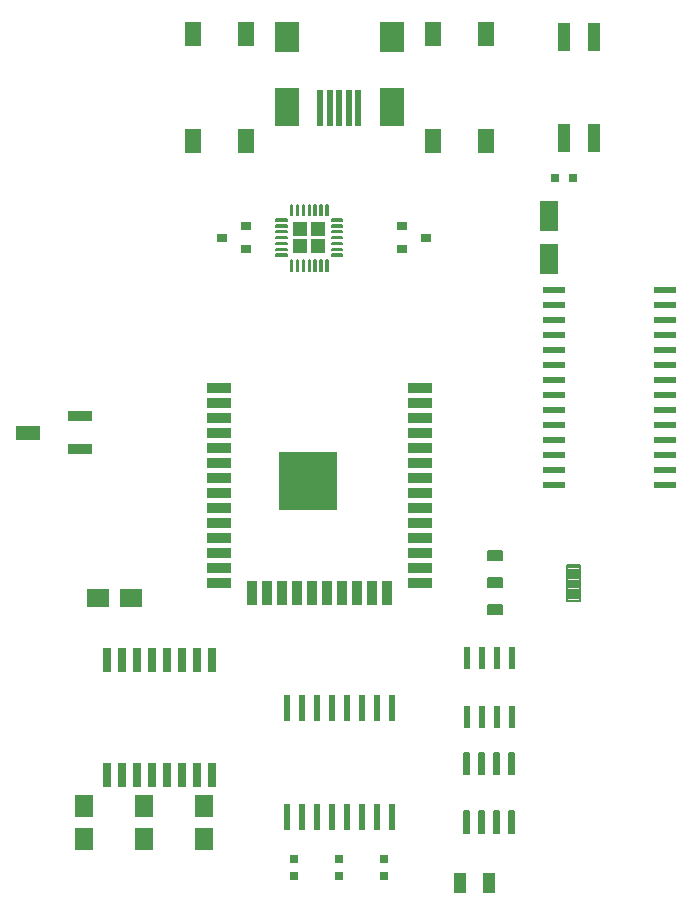
<source format=gbr>
G04 EAGLE Gerber RS-274X export*
G75*
%MOMM*%
%FSLAX34Y34*%
%LPD*%
%INSolderpaste Top*%
%IPPOS*%
%AMOC8*
5,1,8,0,0,1.08239X$1,22.5*%
G01*
%ADD10R,1.500000X1.950000*%
%ADD11R,1.950000X1.500000*%
%ADD12R,1.600000X2.600000*%
%ADD13R,0.600000X2.200000*%
%ADD14R,0.800000X0.800000*%
%ADD15R,0.660400X2.032000*%
%ADD16R,0.900000X0.800000*%
%ADD17R,1.000000X1.800000*%
%ADD18R,2.000000X0.900000*%
%ADD19R,2.000000X1.300000*%
%ADD20R,1.400000X2.100000*%
%ADD21R,0.900000X2.000000*%
%ADD22R,5.000000X5.000000*%
%ADD23R,1.981200X0.558800*%
%ADD24R,1.149913X1.149913*%
%ADD25R,1.149753X1.151819*%
%ADD26R,1.151400X1.151400*%
%ADD27R,1.151981X1.149731*%
%ADD28C,0.135000*%
%ADD29C,0.139500*%
%ADD30C,0.196500*%
%ADD31C,0.147500*%
%ADD32R,0.558800X1.981200*%
%ADD33R,2.000000X2.500000*%
%ADD34R,2.000000X3.300000*%
%ADD35R,0.500000X3.100000*%
%ADD36R,1.130000X2.440000*%


D10*
X215900Y291050D03*
X215900Y318550D03*
X266700Y291050D03*
X266700Y318550D03*
X317500Y291050D03*
X317500Y318550D03*
D11*
X227550Y495300D03*
X255050Y495300D03*
D12*
X609600Y782100D03*
X609600Y818100D03*
D13*
X400050Y309600D03*
X425450Y401600D03*
X387350Y309600D03*
X412750Y309600D03*
X425450Y309600D03*
X412750Y401600D03*
X438150Y401600D03*
X450850Y401600D03*
X450850Y309600D03*
X476250Y401600D03*
X438150Y309600D03*
X463550Y309600D03*
X463550Y401600D03*
X476250Y309600D03*
X400050Y401600D03*
X387350Y401600D03*
D14*
X614800Y850900D03*
X629800Y850900D03*
D15*
X234950Y344678D03*
X247650Y344678D03*
X260350Y344678D03*
X273050Y344678D03*
X285750Y344678D03*
X298450Y344678D03*
X311150Y344678D03*
X323850Y344678D03*
X323850Y442722D03*
X311150Y442722D03*
X298450Y442722D03*
X285750Y442722D03*
X273050Y442722D03*
X260350Y442722D03*
X247650Y442722D03*
X234950Y442722D03*
D16*
X332900Y800100D03*
X352900Y790600D03*
X352900Y809600D03*
X505300Y800100D03*
X485300Y809600D03*
X485300Y790600D03*
D17*
X533600Y254000D03*
X558600Y254000D03*
D18*
X212500Y621000D03*
D19*
X168500Y635000D03*
D18*
X212500Y649000D03*
D20*
X555900Y972600D03*
X510900Y972600D03*
X555900Y881600D03*
X510900Y881600D03*
X352700Y972600D03*
X307700Y972600D03*
X352700Y881600D03*
X307700Y881600D03*
D18*
X330200Y673100D03*
X330200Y660400D03*
X330100Y647700D03*
X330200Y634700D03*
X330200Y622300D03*
X330200Y609600D03*
X330200Y596900D03*
X330200Y584200D03*
X330200Y571500D03*
X330200Y558800D03*
X330200Y546100D03*
X330200Y533400D03*
X330200Y520700D03*
X330200Y508000D03*
D21*
X358050Y499000D03*
X370750Y499000D03*
X383450Y499000D03*
X396150Y499000D03*
X408850Y499000D03*
X421550Y499000D03*
X434250Y499000D03*
X446950Y499000D03*
X459650Y499000D03*
X472350Y499000D03*
D18*
X500200Y673100D03*
X500200Y660400D03*
X500200Y647700D03*
X500200Y635000D03*
X500200Y622300D03*
X500200Y609600D03*
X500205Y596877D03*
X500219Y584187D03*
X500193Y571489D03*
X500175Y558777D03*
X500194Y546082D03*
X500210Y533392D03*
X500190Y520715D03*
X500187Y507988D03*
D22*
X405222Y593644D03*
D23*
X613410Y755650D03*
X613410Y742950D03*
X613410Y730250D03*
X613410Y717550D03*
X613410Y704850D03*
X613410Y692150D03*
X613410Y679450D03*
X613410Y666750D03*
X613410Y654050D03*
X613410Y641350D03*
X613410Y628650D03*
X613410Y615950D03*
X613410Y603250D03*
X613410Y590550D03*
X707390Y590550D03*
X707390Y603250D03*
X707390Y615950D03*
X707390Y628650D03*
X707390Y641350D03*
X707390Y654050D03*
X707390Y666750D03*
X707390Y679450D03*
X707390Y692150D03*
X707390Y704850D03*
X707390Y717550D03*
X707390Y730250D03*
X707390Y742950D03*
X707390Y755650D03*
D24*
X413950Y807650D03*
D25*
X398841Y807651D03*
D26*
X398843Y792543D03*
D27*
X413951Y792540D03*
D28*
X387175Y814425D02*
X378425Y814425D01*
X378425Y815775D01*
X387175Y815775D01*
X387175Y814425D01*
X387175Y815707D02*
X378425Y815707D01*
X378425Y809425D02*
X387175Y809425D01*
X378425Y809425D02*
X378425Y810775D01*
X387175Y810775D01*
X387175Y809425D01*
X387175Y810707D02*
X378425Y810707D01*
X378425Y804425D02*
X387175Y804425D01*
X378425Y804425D02*
X378425Y805775D01*
X387175Y805775D01*
X387175Y804425D01*
X387175Y805707D02*
X378425Y805707D01*
X378425Y799425D02*
X387175Y799425D01*
X378425Y799425D02*
X378425Y800775D01*
X387175Y800775D01*
X387175Y799425D01*
X387175Y800707D02*
X378425Y800707D01*
X378425Y794425D02*
X387175Y794425D01*
X378425Y794425D02*
X378425Y795775D01*
X387175Y795775D01*
X387175Y794425D01*
X387175Y795707D02*
X378425Y795707D01*
X378425Y789425D02*
X387175Y789425D01*
X378425Y789425D02*
X378425Y790775D01*
X387175Y790775D01*
X387175Y789425D01*
X387175Y790707D02*
X378425Y790707D01*
X378425Y784425D02*
X387175Y784425D01*
X378425Y784425D02*
X378425Y785775D01*
X387175Y785775D01*
X387175Y784425D01*
X387175Y785707D02*
X378425Y785707D01*
X392075Y780875D02*
X392075Y772125D01*
X390725Y772125D01*
X390725Y780875D01*
X392075Y780875D01*
X392075Y773407D02*
X390725Y773407D01*
X390725Y774689D02*
X392075Y774689D01*
X392075Y775971D02*
X390725Y775971D01*
X390725Y777253D02*
X392075Y777253D01*
X392075Y778535D02*
X390725Y778535D01*
X390725Y779817D02*
X392075Y779817D01*
X397075Y780875D02*
X397075Y772125D01*
X395725Y772125D01*
X395725Y780875D01*
X397075Y780875D01*
X397075Y773407D02*
X395725Y773407D01*
X395725Y774689D02*
X397075Y774689D01*
X397075Y775971D02*
X395725Y775971D01*
X395725Y777253D02*
X397075Y777253D01*
X397075Y778535D02*
X395725Y778535D01*
X395725Y779817D02*
X397075Y779817D01*
X402075Y780875D02*
X402075Y772125D01*
X400725Y772125D01*
X400725Y780875D01*
X402075Y780875D01*
X402075Y773407D02*
X400725Y773407D01*
X400725Y774689D02*
X402075Y774689D01*
X402075Y775971D02*
X400725Y775971D01*
X400725Y777253D02*
X402075Y777253D01*
X402075Y778535D02*
X400725Y778535D01*
X400725Y779817D02*
X402075Y779817D01*
X407075Y780875D02*
X407075Y772125D01*
X405725Y772125D01*
X405725Y780875D01*
X407075Y780875D01*
X407075Y773407D02*
X405725Y773407D01*
X405725Y774689D02*
X407075Y774689D01*
X407075Y775971D02*
X405725Y775971D01*
X405725Y777253D02*
X407075Y777253D01*
X407075Y778535D02*
X405725Y778535D01*
X405725Y779817D02*
X407075Y779817D01*
X412075Y780875D02*
X412075Y772125D01*
X410725Y772125D01*
X410725Y780875D01*
X412075Y780875D01*
X412075Y773407D02*
X410725Y773407D01*
X410725Y774689D02*
X412075Y774689D01*
X412075Y775971D02*
X410725Y775971D01*
X410725Y777253D02*
X412075Y777253D01*
X412075Y778535D02*
X410725Y778535D01*
X410725Y779817D02*
X412075Y779817D01*
X417075Y780875D02*
X417075Y772125D01*
X415725Y772125D01*
X415725Y780875D01*
X417075Y780875D01*
X417075Y773407D02*
X415725Y773407D01*
X415725Y774689D02*
X417075Y774689D01*
X417075Y775971D02*
X415725Y775971D01*
X415725Y777253D02*
X417075Y777253D01*
X417075Y778535D02*
X415725Y778535D01*
X415725Y779817D02*
X417075Y779817D01*
X422075Y780875D02*
X422075Y772125D01*
X420725Y772125D01*
X420725Y780875D01*
X422075Y780875D01*
X422075Y773407D02*
X420725Y773407D01*
X420725Y774689D02*
X422075Y774689D01*
X422075Y775971D02*
X420725Y775971D01*
X420725Y777253D02*
X422075Y777253D01*
X422075Y778535D02*
X420725Y778535D01*
X420725Y779817D02*
X422075Y779817D01*
X425625Y785775D02*
X434375Y785775D01*
X434375Y784425D01*
X425625Y784425D01*
X425625Y785775D01*
X425625Y785707D02*
X434375Y785707D01*
X434375Y790775D02*
X425625Y790775D01*
X434375Y790775D02*
X434375Y789425D01*
X425625Y789425D01*
X425625Y790775D01*
X425625Y790707D02*
X434375Y790707D01*
X434375Y795775D02*
X425625Y795775D01*
X434375Y795775D02*
X434375Y794425D01*
X425625Y794425D01*
X425625Y795775D01*
X425625Y795707D02*
X434375Y795707D01*
X434375Y800775D02*
X425625Y800775D01*
X434375Y800775D02*
X434375Y799425D01*
X425625Y799425D01*
X425625Y800775D01*
X425625Y800707D02*
X434375Y800707D01*
X434375Y805775D02*
X425625Y805775D01*
X434375Y805775D02*
X434375Y804425D01*
X425625Y804425D01*
X425625Y805775D01*
X425625Y805707D02*
X434375Y805707D01*
X434375Y810775D02*
X425625Y810775D01*
X434375Y810775D02*
X434375Y809425D01*
X425625Y809425D01*
X425625Y810775D01*
X425625Y810707D02*
X434375Y810707D01*
X434375Y815775D02*
X425625Y815775D01*
X434375Y815775D02*
X434375Y814425D01*
X425625Y814425D01*
X425625Y815775D01*
X425625Y815707D02*
X434375Y815707D01*
X420725Y819325D02*
X420725Y828075D01*
X422075Y828075D01*
X422075Y819325D01*
X420725Y819325D01*
X420725Y820607D02*
X422075Y820607D01*
X422075Y821889D02*
X420725Y821889D01*
X420725Y823171D02*
X422075Y823171D01*
X422075Y824453D02*
X420725Y824453D01*
X420725Y825735D02*
X422075Y825735D01*
X422075Y827017D02*
X420725Y827017D01*
X415725Y828075D02*
X415725Y819325D01*
X415725Y828075D02*
X417075Y828075D01*
X417075Y819325D01*
X415725Y819325D01*
X415725Y820607D02*
X417075Y820607D01*
X417075Y821889D02*
X415725Y821889D01*
X415725Y823171D02*
X417075Y823171D01*
X417075Y824453D02*
X415725Y824453D01*
X415725Y825735D02*
X417075Y825735D01*
X417075Y827017D02*
X415725Y827017D01*
X410725Y828075D02*
X410725Y819325D01*
X410725Y828075D02*
X412075Y828075D01*
X412075Y819325D01*
X410725Y819325D01*
X410725Y820607D02*
X412075Y820607D01*
X412075Y821889D02*
X410725Y821889D01*
X410725Y823171D02*
X412075Y823171D01*
X412075Y824453D02*
X410725Y824453D01*
X410725Y825735D02*
X412075Y825735D01*
X412075Y827017D02*
X410725Y827017D01*
X405725Y828075D02*
X405725Y819325D01*
X405725Y828075D02*
X407075Y828075D01*
X407075Y819325D01*
X405725Y819325D01*
X405725Y820607D02*
X407075Y820607D01*
X407075Y821889D02*
X405725Y821889D01*
X405725Y823171D02*
X407075Y823171D01*
X407075Y824453D02*
X405725Y824453D01*
X405725Y825735D02*
X407075Y825735D01*
X407075Y827017D02*
X405725Y827017D01*
X400725Y828075D02*
X400725Y819325D01*
X400725Y828075D02*
X402075Y828075D01*
X402075Y819325D01*
X400725Y819325D01*
X400725Y820607D02*
X402075Y820607D01*
X402075Y821889D02*
X400725Y821889D01*
X400725Y823171D02*
X402075Y823171D01*
X402075Y824453D02*
X400725Y824453D01*
X400725Y825735D02*
X402075Y825735D01*
X402075Y827017D02*
X400725Y827017D01*
X395725Y828075D02*
X395725Y819325D01*
X395725Y828075D02*
X397075Y828075D01*
X397075Y819325D01*
X395725Y819325D01*
X395725Y820607D02*
X397075Y820607D01*
X397075Y821889D02*
X395725Y821889D01*
X395725Y823171D02*
X397075Y823171D01*
X397075Y824453D02*
X395725Y824453D01*
X395725Y825735D02*
X397075Y825735D01*
X397075Y827017D02*
X395725Y827017D01*
X390725Y828075D02*
X390725Y819325D01*
X390725Y828075D02*
X392075Y828075D01*
X392075Y819325D01*
X390725Y819325D01*
X390725Y820607D02*
X392075Y820607D01*
X392075Y821889D02*
X390725Y821889D01*
X390725Y823171D02*
X392075Y823171D01*
X392075Y824453D02*
X390725Y824453D01*
X390725Y825735D02*
X392075Y825735D01*
X392075Y827017D02*
X390725Y827017D01*
D29*
X557597Y534853D02*
X557597Y526947D01*
X557597Y534853D02*
X569303Y534853D01*
X569303Y526947D01*
X557597Y526947D01*
X557597Y528272D02*
X569303Y528272D01*
X569303Y529597D02*
X557597Y529597D01*
X557597Y530922D02*
X569303Y530922D01*
X569303Y532247D02*
X557597Y532247D01*
X557597Y533572D02*
X569303Y533572D01*
X557597Y511953D02*
X557597Y504047D01*
X557597Y511953D02*
X569303Y511953D01*
X569303Y504047D01*
X557597Y504047D01*
X557597Y505372D02*
X569303Y505372D01*
X569303Y506697D02*
X557597Y506697D01*
X557597Y508022D02*
X569303Y508022D01*
X569303Y509347D02*
X557597Y509347D01*
X557597Y510672D02*
X569303Y510672D01*
X557597Y489053D02*
X557597Y481147D01*
X557597Y489053D02*
X569303Y489053D01*
X569303Y481147D01*
X557597Y481147D01*
X557597Y482472D02*
X569303Y482472D01*
X569303Y483797D02*
X557597Y483797D01*
X557597Y485122D02*
X569303Y485122D01*
X569303Y486447D02*
X557597Y486447D01*
X557597Y487772D02*
X569303Y487772D01*
D30*
X624782Y492782D02*
X624782Y523218D01*
X635918Y523218D01*
X635918Y492782D01*
X624782Y492782D01*
X624782Y494649D02*
X635918Y494649D01*
X635918Y496516D02*
X624782Y496516D01*
X624782Y498383D02*
X635918Y498383D01*
X635918Y500250D02*
X624782Y500250D01*
X624782Y502117D02*
X635918Y502117D01*
X635918Y503984D02*
X624782Y503984D01*
X624782Y505851D02*
X635918Y505851D01*
X635918Y507718D02*
X624782Y507718D01*
X624782Y509585D02*
X635918Y509585D01*
X635918Y511452D02*
X624782Y511452D01*
X624782Y513319D02*
X635918Y513319D01*
X635918Y515186D02*
X624782Y515186D01*
X624782Y517053D02*
X635918Y517053D01*
X635918Y518920D02*
X624782Y518920D01*
X624782Y520787D02*
X635918Y520787D01*
X635918Y522654D02*
X624782Y522654D01*
D31*
X541963Y314563D02*
X541963Y296337D01*
X537537Y296337D01*
X537537Y314563D01*
X541963Y314563D01*
X541963Y297738D02*
X537537Y297738D01*
X537537Y299139D02*
X541963Y299139D01*
X541963Y300540D02*
X537537Y300540D01*
X537537Y301941D02*
X541963Y301941D01*
X541963Y303342D02*
X537537Y303342D01*
X537537Y304743D02*
X541963Y304743D01*
X541963Y306144D02*
X537537Y306144D01*
X537537Y307545D02*
X541963Y307545D01*
X541963Y308946D02*
X537537Y308946D01*
X537537Y310347D02*
X541963Y310347D01*
X541963Y311748D02*
X537537Y311748D01*
X537537Y313149D02*
X541963Y313149D01*
X541963Y314550D02*
X537537Y314550D01*
X554663Y314563D02*
X554663Y296337D01*
X550237Y296337D01*
X550237Y314563D01*
X554663Y314563D01*
X554663Y297738D02*
X550237Y297738D01*
X550237Y299139D02*
X554663Y299139D01*
X554663Y300540D02*
X550237Y300540D01*
X550237Y301941D02*
X554663Y301941D01*
X554663Y303342D02*
X550237Y303342D01*
X550237Y304743D02*
X554663Y304743D01*
X554663Y306144D02*
X550237Y306144D01*
X550237Y307545D02*
X554663Y307545D01*
X554663Y308946D02*
X550237Y308946D01*
X550237Y310347D02*
X554663Y310347D01*
X554663Y311748D02*
X550237Y311748D01*
X550237Y313149D02*
X554663Y313149D01*
X554663Y314550D02*
X550237Y314550D01*
X567363Y314563D02*
X567363Y296337D01*
X562937Y296337D01*
X562937Y314563D01*
X567363Y314563D01*
X567363Y297738D02*
X562937Y297738D01*
X562937Y299139D02*
X567363Y299139D01*
X567363Y300540D02*
X562937Y300540D01*
X562937Y301941D02*
X567363Y301941D01*
X567363Y303342D02*
X562937Y303342D01*
X562937Y304743D02*
X567363Y304743D01*
X567363Y306144D02*
X562937Y306144D01*
X562937Y307545D02*
X567363Y307545D01*
X567363Y308946D02*
X562937Y308946D01*
X562937Y310347D02*
X567363Y310347D01*
X567363Y311748D02*
X562937Y311748D01*
X562937Y313149D02*
X567363Y313149D01*
X567363Y314550D02*
X562937Y314550D01*
X580063Y314563D02*
X580063Y296337D01*
X575637Y296337D01*
X575637Y314563D01*
X580063Y314563D01*
X580063Y297738D02*
X575637Y297738D01*
X575637Y299139D02*
X580063Y299139D01*
X580063Y300540D02*
X575637Y300540D01*
X575637Y301941D02*
X580063Y301941D01*
X580063Y303342D02*
X575637Y303342D01*
X575637Y304743D02*
X580063Y304743D01*
X580063Y306144D02*
X575637Y306144D01*
X575637Y307545D02*
X580063Y307545D01*
X580063Y308946D02*
X575637Y308946D01*
X575637Y310347D02*
X580063Y310347D01*
X580063Y311748D02*
X575637Y311748D01*
X575637Y313149D02*
X580063Y313149D01*
X580063Y314550D02*
X575637Y314550D01*
X580063Y345837D02*
X580063Y364063D01*
X580063Y345837D02*
X575637Y345837D01*
X575637Y364063D01*
X580063Y364063D01*
X580063Y347238D02*
X575637Y347238D01*
X575637Y348639D02*
X580063Y348639D01*
X580063Y350040D02*
X575637Y350040D01*
X575637Y351441D02*
X580063Y351441D01*
X580063Y352842D02*
X575637Y352842D01*
X575637Y354243D02*
X580063Y354243D01*
X580063Y355644D02*
X575637Y355644D01*
X575637Y357045D02*
X580063Y357045D01*
X580063Y358446D02*
X575637Y358446D01*
X575637Y359847D02*
X580063Y359847D01*
X580063Y361248D02*
X575637Y361248D01*
X575637Y362649D02*
X580063Y362649D01*
X580063Y364050D02*
X575637Y364050D01*
X567363Y364063D02*
X567363Y345837D01*
X562937Y345837D01*
X562937Y364063D01*
X567363Y364063D01*
X567363Y347238D02*
X562937Y347238D01*
X562937Y348639D02*
X567363Y348639D01*
X567363Y350040D02*
X562937Y350040D01*
X562937Y351441D02*
X567363Y351441D01*
X567363Y352842D02*
X562937Y352842D01*
X562937Y354243D02*
X567363Y354243D01*
X567363Y355644D02*
X562937Y355644D01*
X562937Y357045D02*
X567363Y357045D01*
X567363Y358446D02*
X562937Y358446D01*
X562937Y359847D02*
X567363Y359847D01*
X567363Y361248D02*
X562937Y361248D01*
X562937Y362649D02*
X567363Y362649D01*
X567363Y364050D02*
X562937Y364050D01*
X554663Y364063D02*
X554663Y345837D01*
X550237Y345837D01*
X550237Y364063D01*
X554663Y364063D01*
X554663Y347238D02*
X550237Y347238D01*
X550237Y348639D02*
X554663Y348639D01*
X554663Y350040D02*
X550237Y350040D01*
X550237Y351441D02*
X554663Y351441D01*
X554663Y352842D02*
X550237Y352842D01*
X550237Y354243D02*
X554663Y354243D01*
X554663Y355644D02*
X550237Y355644D01*
X550237Y357045D02*
X554663Y357045D01*
X554663Y358446D02*
X550237Y358446D01*
X550237Y359847D02*
X554663Y359847D01*
X554663Y361248D02*
X550237Y361248D01*
X550237Y362649D02*
X554663Y362649D01*
X554663Y364050D02*
X550237Y364050D01*
X541963Y364063D02*
X541963Y345837D01*
X537537Y345837D01*
X537537Y364063D01*
X541963Y364063D01*
X541963Y347238D02*
X537537Y347238D01*
X537537Y348639D02*
X541963Y348639D01*
X541963Y350040D02*
X537537Y350040D01*
X537537Y351441D02*
X541963Y351441D01*
X541963Y352842D02*
X537537Y352842D01*
X537537Y354243D02*
X541963Y354243D01*
X541963Y355644D02*
X537537Y355644D01*
X537537Y357045D02*
X541963Y357045D01*
X541963Y358446D02*
X537537Y358446D01*
X537537Y359847D02*
X541963Y359847D01*
X541963Y361248D02*
X537537Y361248D01*
X537537Y362649D02*
X541963Y362649D01*
X541963Y364050D02*
X537537Y364050D01*
D32*
X539750Y394462D03*
X552450Y394462D03*
X565150Y394462D03*
X577850Y394462D03*
X577850Y443738D03*
X565150Y443738D03*
X552450Y443738D03*
X539750Y443738D03*
D33*
X387300Y969800D03*
X476300Y969800D03*
D34*
X387300Y910800D03*
X476300Y910800D03*
D35*
X447800Y909800D03*
X439800Y909800D03*
X431800Y909800D03*
X423800Y909800D03*
X415800Y909800D03*
D14*
X469900Y259200D03*
X469900Y274200D03*
X431800Y259200D03*
X431800Y274200D03*
X393700Y259200D03*
X393700Y274200D03*
D36*
X647700Y970100D03*
X622300Y970100D03*
X622300Y884100D03*
X647700Y884100D03*
M02*

</source>
